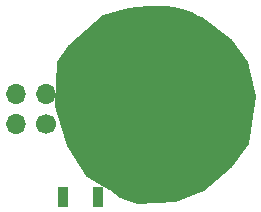
<source format=gts>
G04 #@! TF.FileFunction,Soldermask,Top*
%FSLAX46Y46*%
G04 Gerber Fmt 4.6, Leading zero omitted, Abs format (unit mm)*
G04 Created by KiCad (PCBNEW 4.0.7) date Monday, July 16, 2018 'PMt' 08:39:25 PM*
%MOMM*%
%LPD*%
G01*
G04 APERTURE LIST*
%ADD10C,0.100000*%
%ADD11C,1.700000*%
%ADD12O,1.700000X1.700000*%
%ADD13R,2.500000X2.100000*%
%ADD14R,1.500000X2.100000*%
%ADD15R,0.900000X1.700000*%
%ADD16C,0.254000*%
G04 APERTURE END LIST*
D10*
D11*
X219303600Y-116713000D03*
D12*
X219303600Y-114173000D03*
X216763600Y-116713000D03*
X216763600Y-114173000D03*
D13*
X227524000Y-115036600D03*
D14*
X230184000Y-115036600D03*
D15*
X220761900Y-122885200D03*
X223661900Y-122885200D03*
D16*
G36*
X230449320Y-106968546D02*
X231569530Y-107292162D01*
X232087324Y-107625030D01*
X232112599Y-107637554D01*
X232375016Y-107732978D01*
X234895409Y-109576251D01*
X236190749Y-111481895D01*
X236865598Y-114318760D01*
X236301998Y-118326581D01*
X234832142Y-120282238D01*
X232533757Y-122178720D01*
X230196552Y-123178593D01*
X226945600Y-123341141D01*
X225561701Y-122772754D01*
X224658253Y-122157907D01*
X224653199Y-122154640D01*
X222772650Y-121001237D01*
X221147101Y-118500393D01*
X220129812Y-115147104D01*
X220267355Y-111495950D01*
X221215580Y-110079770D01*
X224141058Y-107568630D01*
X226225027Y-106944687D01*
X227832223Y-106768900D01*
X229463567Y-106768900D01*
X230449320Y-106968546D01*
X230449320Y-106968546D01*
G37*
X230449320Y-106968546D02*
X231569530Y-107292162D01*
X232087324Y-107625030D01*
X232112599Y-107637554D01*
X232375016Y-107732978D01*
X234895409Y-109576251D01*
X236190749Y-111481895D01*
X236865598Y-114318760D01*
X236301998Y-118326581D01*
X234832142Y-120282238D01*
X232533757Y-122178720D01*
X230196552Y-123178593D01*
X226945600Y-123341141D01*
X225561701Y-122772754D01*
X224658253Y-122157907D01*
X224653199Y-122154640D01*
X222772650Y-121001237D01*
X221147101Y-118500393D01*
X220129812Y-115147104D01*
X220267355Y-111495950D01*
X221215580Y-110079770D01*
X224141058Y-107568630D01*
X226225027Y-106944687D01*
X227832223Y-106768900D01*
X229463567Y-106768900D01*
X230449320Y-106968546D01*
M02*

</source>
